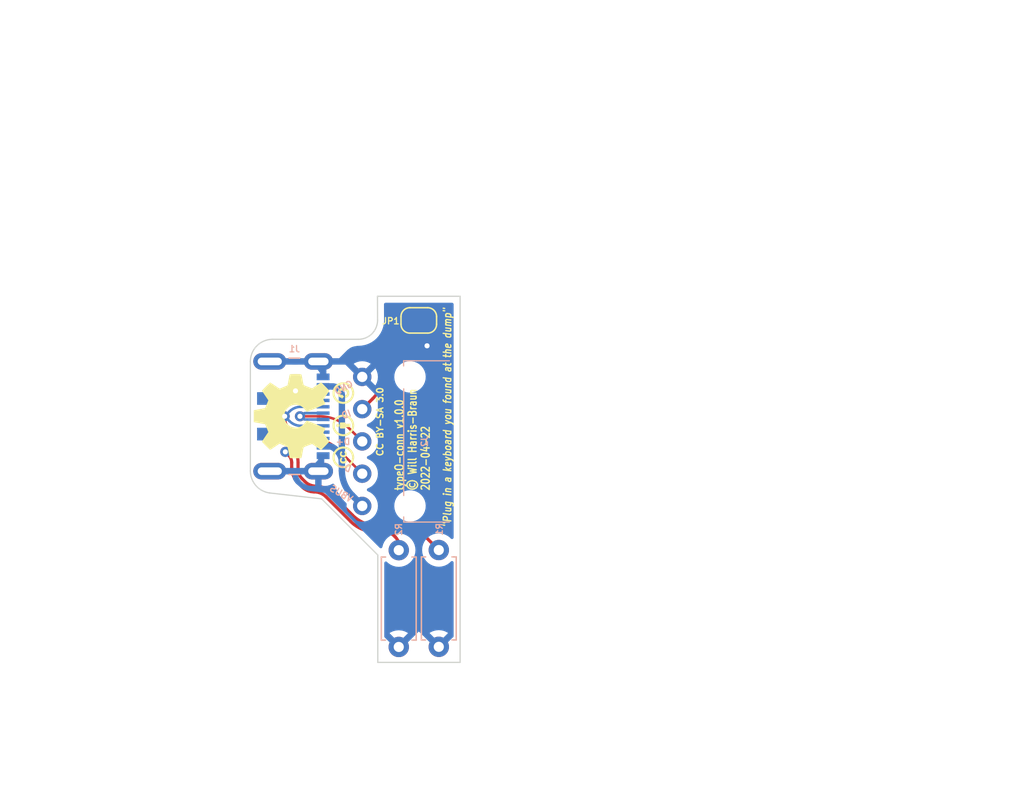
<source format=kicad_pcb>
(kicad_pcb (version 20211014) (generator pcbnew)
  (title_block (comment 4 "AISLER Project ID: IFRABZNE"))
  (layers (0 "F.Cu" signal) (31 "B.Cu" signal) (34 "B.Paste" user) (35 "F.Paste" user) (36 "B.SilkS" user "B.Silkscreen") (37 "F.SilkS" user "F.Silkscreen") (38 "B.Mask" user) (39 "F.Mask" user) (44 "Edge.Cuts" user))
  (net 0 "")
  (net 2 "Net-(J1-PadB5)")
  (net 4 "Net-(J1-PadA5)")
  (net 5 "/VBUS")
  (net 6 "/D+")
  (net 7 "/D-")
  (net 8 "/ID")
  (net 9 "/GND")
  (footprint "Jumper:SolderJumper-2_P1.3mm_Bridged_RoundedPad1.0x1.5mm" (layer "F.Cu") (at 128.688021 71.75179 180)
    (fp_text reference "JP1")
    (fp_text value "SolderJumper_2_Bridged" hide)
  )
  (footprint "MyLibrary:8292200520001101" (layer "F.Cu") (at 124.238021 76.2)
    (fp_text reference "J2")
    (fp_text value "829-22-005-20-001101" hide)
  )
  (footprint "Symbol:OSHW-Symbol_6.7x6mm_SilkScreen" (layer "F.Cu") (at 118.688021 79.30179 90)
    (fp_text reference "REF**" hide)
    (fp_text value "OSHW-Symbol_6.7x6mm_SilkScreen" hide)
  )
  (footprint "Connector_USB:USB_C_Receptacle_JAE_DX07S016JA1R1500" (layer "B.Cu") (at 118.113997 79.30179 90)
    (fp_text reference "J1")
    (fp_text value "USB_C_Receptacle_USB2.0" hide)
  )
  (footprint "Resistor_THT:R_Axial_DIN0207_L6.3mm_D2.5mm_P7.62mm_Horizontal" (layer "B.Cu") (at 127.113021 97.46179 90)
    (fp_text reference "R2")
    (fp_text value "5.1k")
  )
  (footprint "Resistor_THT:R_Axial_DIN0207_L6.3mm_D2.5mm_P7.62mm_Horizontal" (layer "B.Cu") (at 130.263021 97.45179 90)
    (fp_text reference "R1")
    (fp_text value "5.1k")
  )
  (gr_poly (pts (xy 122.489472 82.74842) (xy 122.490899 82.729807) (xy 122.493284 82.711892) (xy 122.496627 82.694675) (xy 122.500928 82.678155) (xy 122.506186 82.662333) (xy 122.512402 82.647208) (xy 122.519575 82.632781) (xy 122.527706 82.61905) (xy 122.536795 82.606016) (xy 122.54684 82.593679) (xy 122.557843 82.582039) (xy 122.569803 82.571095) (xy 122.58272 82.560847) (xy 122.596594 82.551295) (xy 122.611425 82.542439) (xy 122.611426 82.542439) (xy 122.670401 82.655866) (xy 122.665771 82.65817) (xy 122.661317 82.660538) (xy 122.657038 82.66297) (xy 122.652935 82.665466) (xy 122.649009 82.668026) (xy 122.645258 82.670651) (xy 122.641685 82.67334) (xy 122.638287 82.676093) (xy 122.635067 82.678911) (xy 122.632023 82.681793) (xy 122.629157 82.68474) (xy 122.626467 82.687752) (xy 122.623955 82.690829) (xy 122.62162 82.69397) (xy 122.619464 82.697177) (xy 122.617484 82.700448) (xy 122.615658 82.703742) (xy 122.613949 82.707007) (xy 122.612357 82.710241) (xy 122.610882 82.713446) (xy 122.609525 82.716622) (xy 122.608286 82.719767) (xy 122.607164 82.722884) (xy 122.60616 82.72597) (xy 122.605274 82.729028) (xy 122.604506 82.732056) (xy 122.603856 82.735054) (xy 122.603324 82.738023) (xy 122.602909 82.740963) (xy 122.602614 82.743874) (xy 122.602436 82.746755) (xy 122.602377 82.749608) (xy 122.602523 82.756581) (xy 122.602961 82.763334) (xy 122.603692 82.769865) (xy 122.604715 82.776176) (xy 122.60603 82.782265) (xy 122.607637 82.788133) (xy 122.609537 82.79378) (xy 122.611729 82.799205) (xy 122.614213 82.80441) (xy 122.61699 82.809393) (xy 122.620059 82.814155) (xy 122.62342 82.818696) (xy 122.627074 82.823015) (xy 122.63102 82.827113) (xy 122.635258 82.830989) (xy 122.639789 82.834645) (xy 122.644612 82.838079) (xy 122.649727 82.841291) (xy 122.655135 82.844282) (xy 122.660836 82.847052) (xy 122.666828 82.8496) (xy 122.673114 82.851927) (xy 122.679691 82.854032) (xy 122.686561 82.855916) (xy 122.693724 82.857578) (xy 122.701179 82.859018) (xy 122.708926 82.860237) (xy 122.716966 82.861235) (xy 122.725299 82.862011) (xy 122.733924 82.862565) (xy 122.742841 82.862897) (xy 122.752052 82.863008) (xy 122.760448 82.862896) (xy 122.768631 82.862559) (xy 122.776601 82.861998) (xy 122.784358 82.861213) (xy 122.791903 82.860203) (xy 122.799234 82.858969) (xy 122.806353 82.85751) (xy 122.81326 82.855828) (xy 122.819954 82.853921) (xy 122.826435 82.85179) (xy 122.832705 82.849435) (xy 122.838763 82.846856) (xy 122.844608 82.844053) (xy 122.850242 82.841027) (xy 122.855664 82.837776) (xy 122.860875 82.834301) (xy 122.86582 82.830603) (xy 122.870447 82.826692) (xy 122.874755 82.822568) (xy 122.878744 82.818232) (xy 122.880618 82.815984) (xy 122.882414 82.813683) (xy 122.884129 82.811329) (xy 122.885765 82.808922) (xy 122.887321 82.806461) (xy 122.888797 82.803948) (xy 122.890193 82.801381) (xy 122.89151 82.798761) (xy 122.893904 82.793361) (xy 122.895979 82.787749) (xy 122.897735 82.781924) (xy 122.899172 82.775886) (xy 122.900289 82.769635) (xy 122.901088 82.763172) (xy 122.901567 82.756496) (xy 122.901726 82.749608) (xy 122.901443 82.740517) (xy 122.900592 82.731769) (xy 122.899173 82.723364) (xy 122.897188 82.715302) (xy 122.894635 82.707582) (xy 122.891516 82.700205) (xy 122.887829 82.69317) (xy 122.883576 82.686478) (xy 122.878756 82.680128) (xy 122.873369 82.67412) (xy 122.867415 82.668455) (xy 122.860895 82.663131) (xy 122.853809 82.65815) (xy 122.846156 82.65351) (xy 122.837937 82.649212) (xy 122.829151 82.645256) (xy 122.882068 82.540957) (xy 122.889718 82.545215) (xy 122.89716 82.549674) (xy 122.904395 82.554333) (xy 122.911422 82.559194) (xy 122.918242 82.564255) (xy 122.924855 82.569517) (xy 122.93126 82.574981) (xy 122.937458 82.580645) (xy 122.943449 82.58651) (xy 122.949233 82.592576) (xy 122.95481 82.598843) (xy 122.96018 82.605311) (xy 122.965343 82.611979) (xy 122.9703 82.618849) (xy 122.97505 82.625919) (xy 122.979593 82.633191) (xy 122.983899 82.640601) (xy 122.987926 82.648107) (xy 122.991676 82.655709) (xy 122.995147 82.663407) (xy 122.998339 82.6712) (xy 123.001254 82.679089) (xy 123.003891 82.687073) (xy 123.00625 82.695153) (xy 123.008331 82.703328) (xy 123.010134 82.711598) (xy 123.01166 82.719963) (xy 123.012908 82.728422) (xy 123.013879 82.736977) (xy 123.014572 82.745626) (xy 123.014988 82.754369) (xy 123.015127 82.763207) (xy 123.014855 82.77721) (xy 123.014041 82.79087) (xy 123.012684 82.804189) (xy 123.010784 82.817166) (xy 123.008341 82.829801) (xy 123.005354 82.842093) (xy 123.001824 82.854043) (xy 122.99775 82.865651) (xy 122.993132 82.876915) (xy 122.987971 82.887838) (xy 122.982265 82.898417) (xy 122.976015 82.908653) (xy 122.96922 82.918546) (xy 122.961881 82.928096) (xy 122.953997 82.937303) (xy 122.945568 82.946167) (xy 122.936663 82.954586) (xy 122.927334 82.962463) (xy 122.917579 82.969797) (xy 122.907399 82.976587) (xy 122.896793 82.982834) (xy 122.885763 82.988538) (xy 122.874307 82.993699) (xy 122.862426 82.998316) (xy 122.85012 83.00239) (xy 122.837389 83.005921) (xy 122.824232 83.008909) (xy 122.810651 83.011353) (xy 122.796645 83.013255) (xy 122.782214 83.014613) (xy 122.767359 83.015427) (xy 122.752078 83.015699) (xy 122.737152 83.015424) (xy 122.722617 83.0146) (xy 122.708473 83.013227) (xy 122.694718 83.011304) (xy 122.681354 83.008832) (xy 122.66838 83.005811) (xy 122.655796 83.00224) (xy 122.643602 82.998121) (xy 122.631798 82.993452) (xy 122.620383 82.988234) (xy 122.609358 82.982468) (xy 122.598722 82.976152) (xy 122.588475 82.969287) (xy 122.578618 82.961873) (xy 122.569149 82.953911) (xy 122.56007 82.945399) (xy 122.551467 82.936469) (xy 122.543419 82.927248) (xy 122.535925 82.917738) (xy 122.528985 82.907939) (xy 122.522601 82.897849) (xy 122.516771 82.88747) (xy 122.511496 82.876801) (xy 122.506776 82.865842) (xy 122.502611 82.854594) (xy 122.499001 82.843055) (xy 122.495946 82.831226) (xy 122.493447 82.819107) (xy 122.491503 82.806699) (xy 122.490114 82.794) (xy 122.489281 82.781011) (xy 122.489003 82.767732)) (layer "F.SilkS") (width 0.015) (fill solid))
  (gr_poly (pts (xy 122.487451 79.846997) (xy 122.487637 79.844405) (xy 122.487947 79.841848) (xy 122.488381 79.839326) (xy 122.48894 79.836839) (xy 122.489622 79.834388) (xy 122.490428 79.831972) (xy 122.491358 79.829591) (xy 122.492412 79.827247) (xy 122.49359 79.824938) (xy 122.494893 79.822664) (xy 122.496319 79.820427) (xy 122.497869 79.818226) (xy 122.499544 79.816062) (xy 122.501342 79.813933) (xy 122.503264 79.811841) (xy 122.505275 79.809836) (xy 122.50734 79.80796) (xy 122.509457 79.806211) (xy 122.511628 79.80459) (xy 122.513852 79.803098) (xy 122.516129 79.801735) (xy 122.518459 79.800501) (xy 122.520843 79.799396) (xy 122.523279 79.79842) (xy 122.525768 79.797574) (xy 122.52831 79.796857) (xy 122.530905 79.79627) (xy 122.533553 79.795813) (xy 122.536254 79.795487) (xy 122.539008 79.795291) (xy 122.541814 79.795225) (xy 122.541814 79.795226) (xy 122.888021 79.795226) (xy 122.888021 79.891957) (xy 123.299237 79.891957) (xy 123.299237 80.155059) (xy 122.888048 80.155059) (xy 122.888048 80.25179) (xy 122.541814 80.25179) (xy 122.539003 80.251728) (xy 122.536247 80.251542) (xy 122.533544 80.251232) (xy 122.530894 80.250799) (xy 122.528299 80.250241) (xy 122.525756 80.249559) (xy 122.523268 80.248754) (xy 122.520833 80.247825) (xy 122.518451 80.246772) (xy 122.516122 80.245596) (xy 122.513847 80.244296) (xy 122.511624 80.242872) (xy 122.509455 80.241325) (xy 122.507339 80.239654) (xy 122.505275 80.23786) (xy 122.503264 80.235942) (xy 122.501346 80.233926) (xy 122.499551 80.231858) (xy 122.497879 80.229737) (xy 122.49633 80.227563) (xy 122.494904 80.225337) (xy 122.493602 80.223058) (xy 122.492423 80.220727) (xy 122.491368 80.218344) (xy 122.490436 80.215908) (xy 122.489629 80.213419) (xy 122.488945 80.210879) (xy 122.488385 80.208286) (xy 122.48795 80.205641) (xy 122.487638 80.202943) (xy 122.487452 80.200194) (xy 122.487389 80.197392) (xy 122.487389 79.849624)) (layer "F.SilkS") (width 0.015) (fill solid))
  (gr_poly (pts (xy 122.204799 80.016275) (xy 122.205148 80.009247) (xy 122.205731 80.00245) (xy 122.206547 79.995883) (xy 122.207597 79.989547) (xy 122.208879 79.983442) (xy 122.210395 79.977568) (xy 122.212144 79.971924) (xy 122.214126 79.966511) (xy 122.216342 79.961328) (xy 122.218791 79.956376) (xy 122.221473 79.951655) (xy 122.224388 79.947164) (xy 122.227537 79.942903) (xy 122.230918 79.938874) (xy 122.234534 79.935074) (xy 122.238382 79.931505) (xy 122.242464 79.928167) (xy 122.246779 79.925059) (xy 122.251328 79.922181) (xy 122.25611 79.919534) (xy 122.261125 79.917117) (xy 122.266374 79.91493) (xy 122.271856 79.912974) (xy 122.277571 79.911248) (xy 122.28352 79.909752) (xy 122.289702 79.908486) (xy 122.296118 79.90745) (xy 122.302767 79.906645) (xy 122.309649 79.90607) (xy 122.316765 79.905725) (xy 122.324115 79.90561) (xy 122.331369 79.905725) (xy 122.338393 79.90607) (xy 122.345187 79.906646) (xy 122.351751 79.907453) (xy 122.358084 79.908489) (xy 122.364188 79.909756) (xy 122.370061 79.911253) (xy 122.375703 79.912981) (xy 122.381116 79.914939) (xy 122.386298 79.917127) (xy 122.39125 79.919546) (xy 122.395971 79.922195) (xy 122.400463 79.925074) (xy 122.404724 79.928184) (xy 122.408755 79.931524) (xy 122.412555 79.935094) (xy 122.416125 79.938895) (xy 122.419465 79.942925) (xy 122.422575 79.947186) (xy 122.425454 79.951678) (xy 122.428103 79.956399) (xy 122.430522 79.961351) (xy 122.43271 79.966534) (xy 122.434668 79.971946) (xy 122.436396 79.977589) (xy 122.437893 79.983462) (xy 122.43916 79.989565) (xy 122.440197 79.995898) (xy 122.441003 80.002462) (xy 122.441579 80.009256) (xy 122.441925 80.01628) (xy 122.44204 80.023534) (xy 122.441925 80.030789) (xy 122.441579 80.037813) (xy 122.441003 80.044607) (xy 122.440197 80.051172) (xy 122.43916 80.057506) (xy 122.437893 80.06361) (xy 122.436396 80.069483) (xy 122.434668 80.075127) (xy 122.43271 80.08054) (xy 122.430522 80.085724) (xy 122.428103 80.090677) (xy 122.425454 80.095399) (xy 122.422575 80.099892) (xy 122.419465 80.104154) (xy 122.416125 80.108186) (xy 122.412555 80.111988) (xy 122.408755 80.115559) (xy 122.404724 80.1189) (xy 122.400463 80.122011) (xy 122.395971 80.124892) (xy 122.39125 80.127542) (xy 122.386298 80.129962) (xy 122.381116 80.132151) (xy 122.375703 80.13411) (xy 122.370061 80.135839) (xy 122.364188 80.137337) (xy 122.358084 80.138604) (xy 122.351751 80.139642) (xy 122.345187 80.140448) (xy 122.338393 80.141025) (xy 122.331369 80.14137) (xy 122.324115 80.141486) (xy 122.309658 80.141025) (xy 122.302779 80.14045) (xy 122.296133 80.139644) (xy 122.28972 80.138608) (xy 122.28354 80.137341) (xy 122.277592 80.135844) (xy 122.271878 80.134117) (xy 122.266397 80.13216) (xy 122.261148 80.129972) (xy 122.256133 80.127554) (xy 122.251351 80.124906) (xy 122.246802 80.122027) (xy 122.242486 80.118918) (xy 122.238403 80.115578) (xy 122.234554 80.112008) (xy 122.230937 80.108207) (xy 122.227554 80.104176) (xy 122.224404 80.099915) (xy 122.221487 80.095423) (xy 122.218803 80.0907) (xy 122.216353 80.085747) (xy 122.214135 80.080563) (xy 122.212152 80.075149) (xy 122.210401 80.069504) (xy 122.208884 80.063629) (xy 122.2076 80.057523) (xy 122.20655 80.051187) (xy 122.205733 80.04462) (xy 122.205149 80.037822) (xy 122.204799 80.030793) (xy 122.204682 80.023534)) (layer "F.SilkS") (width 0.015) (fill solid))
  (gr_poly (pts (xy 121.906844 77.431447) (xy 121.909732 77.388317) (xy 121.914546 77.346037) (xy 121.921285 77.304607) (xy 121.929949 77.264026) (xy 121.940539 77.224296) (xy 121.953055 77.185415) (xy 121.967496 77.147384) (xy 121.983862 77.110202) (xy 122.002154 77.07387) (xy 122.022372 77.038387) (xy 122.044514 77.003754) (xy 122.068583 76.96997) (xy 122.094576 76.937035) (xy 122.122496 76.904949) (xy 122.15234 76.873712) (xy 122.18339 76.843876) (xy 122.215301 76.815963) (xy 122.248073 76.789974) (xy 122.281708 76.765908) (xy 122.316203 76.743767) (xy 122.351561 76.723549) (xy 122.38778 76.705256) (xy 122.424861 76.688887) (xy 122.462804 76.674444) (xy 122.501609 76.661925) (xy 122.541277 76.651332) (xy 122.581806 76.642664) (xy 122.623198 76.635922) (xy 122.665452 76.631106) (xy 122.708569 76.628216) (xy 122.752548 76.627253) (xy 122.796518 76.628198) (xy 122.839589 76.631034) (xy 122.88176 76.635761) (xy 122.923032 76.642378) (xy 122.963405 76.650885) (xy 123.00288 76.661283) (xy 123.041456 76.673571) (xy 123.079133 76.68775) (xy 123.115912 76.703818) (xy 123.151793 76.721777) (xy 123.186776 76.741625) (xy 123.220861 76.763364) (xy 123.254049 76.786992) (xy 123.28634 76.81251) (xy 123.317734 76.839917) (xy 123.348231 76.869214) (xy 123.378623 76.90152) (xy 123.407055 76.934572) (xy 123.433526 76.968368) (xy 123.458036 77.002909) (xy 123.480585 77.038195) (xy 123.501174 77.074225) (xy 123.519801 77.111) (xy 123.536468 77.148518) (xy 123.551174 77.186781) (xy 123.56392 77.225787) (xy 123.574704 77.265536) (xy 123.583528 77.306028) (xy 123.590391 77.347264) (xy 123.595293 77.389243) (xy 123.598234 77.431964) (xy 123.599214 77.475428) (xy 123.59824 77.51798) (xy 123.595316 77.559822) (xy 123.590444 77.600954) (xy 123.583622 77.641377) (xy 123.574851 77.681089) (xy 123.564132 77.720093) (xy 123.551463 77.758386) (xy 123.536845 77.79597) (xy 123.520279 77.832845) (xy 123.501763 77.86901) (xy 123.481298 77.904466) (xy 123.458884 77.939213) (xy 123.434521 77.973251) (xy 123.408209 78.00658) (xy 123.379949 78.039199) (xy 123.349739 78.07111) (xy 123.318176 78.101316) (xy 123.285845 78.129574) (xy 123.252748 78.155883) (xy 123.218882 78.180245) (xy 123.184249 78.202658) (xy 123.148849 78.223123) (xy 123.11268 78.241639) (xy 123.075743 78.258207) (xy 123.038037 78.272826) (xy 122.999564 78.285497) (xy 122.960321 78.296218) (xy 122.92031 78.30499) (xy 122.87953 78.311813) (xy 122.837981 78.316687) (xy 122.795662 78.319611) (xy 122.752574 78.320586) (xy 122.752548 78.320585) (xy 122.752548 78.167895) (xy 122.787586 78.167092) (xy 122.82201 78.164683) (xy 122.855817 78.160668) (xy 122.88901 78.155046) (xy 122.921587 78.147819) (xy 122.953549 78.138985) (xy 122.984897 78.128545) (xy 123.015629 78.1165) (xy 123.045748 78.102848) (xy 123.075251 78.08759) (xy 123.104141 78.070726) (xy 123.132417 78.052256) (xy 123.160078 78.032179) (xy 123.187126 78.010497) (xy 123.21356 77.987208) (xy 123.239381 77.962314) (xy 123.264285 77.936304) (xy 123.28758 77.909681) (xy 123.309269 77.882443) (xy 123.329349 77.854592) (xy 123.347823 77.826126) (xy 123.364689 77.797046) (xy 123.379948 77.767352) (xy 123.3936 77.737044) (xy 123.405645 77.706122) (xy 123.416084 77.674585) (xy 123.424917 77.642434) (xy 123.432143 77.609669) (xy 123.437763 77.57629) (xy 123.441778 77.542296) (xy 123.444186 77.507687) (xy 123.444989 77.472464) (xy 123.44418 77.43741) (xy 123.441753 77.402922) (xy 123.437708 77.369) (xy 123.432045 77.335643) (xy 123.424764 77.302853) (xy 123.415865 77.270629) (xy 123.405348 77.238972) (xy 123.393213 77.207881) (xy 123.37946 77.177357) (xy 123.364088 77.1474) (xy 123.347098 77.11801) (xy 123.32849 77.089187) (xy 123.308263 77.060932) (xy 123.286418 77.033244) (xy 123.262955 77.006124) (xy 123.237873 76.979572) (xy 123.213299 76.955403) (xy 123.187958 76.932794) (xy 123.161849 76.911744) (xy 123.134973 76.892254) (xy 123.107328 76.874323) (xy 123.078916 76.857952) (xy 123.049735 76.84314) (xy 123.019787 76.829887) (xy 122.98907 76.818194) (xy 122.957586 76.80806) (xy 122.925333 76.799485) (xy 122.892313 76.792469) (xy 122.858524 76.787012) (xy 122.823967 76.783115) (xy 122.788641 76.780776) (xy 122.752548 76.779997) (xy 122.716622 76.780788) (xy 122.681404 76.783163) (xy 122.646894 76.78712) (xy 122.613092 76.792661) (xy 122.579998 76.799784) (xy 122.547612 76.808489) (xy 122.515934 76.818778) (xy 122.484965 76.830648) (xy 122.454704 76.844101) (xy 122.425151 76.859135) (xy 122.396308 76.875752) (xy 122.368173 76.893951) (xy 122.340747 76.913731) (xy 122.31403 76.935093) (xy 122.288023 76.958037) (xy 122.262725 76.982562) (xy 122.237999 77.008041) (xy 122.21487 77.034206) (xy 122.193337 77.061056) (xy 122.173401 77.088591) (xy 122.15506 77.116811) (xy 122.138316 77.145715) (xy 122.123167 77.175305) (xy 122.109613 77.205579) (xy 122.097655 77.236538) (xy 122.087292 77.268181) (xy 122.078524 77.300509) (xy 122.07135 77.333521) (xy 122.065771 77.367217) (xy 122.061786 77.401598) (xy 122.059395 77.436662) (xy 122.058598 77.472411) (xy 122.059396 77.508159) (xy 122.061788 77.543209) (xy 122.065776 77.577562) (xy 122.071358 77.611219) (xy 122.078534 77.644178) (xy 122.087306 77.676441) (xy 122.097672 77.708007) (xy 122.109633 77.738876) (xy 122.123189 77.769049) (xy 122.138339 77.798525) (xy 122.155084 77.827304) (xy 122.173423 77.855387) (xy 122.193357 77.882773) (xy 122.214885 77.909463) (xy 122.238008 77.935456) (xy 122.262725 77.960753) (xy 122.289269 77.985839) (xy 122.316356 78.009307) (xy 122.343986 78.031155) (xy 122.372158 78.051385) (xy 122.400873 78.069996) (xy 122.43013 78.086988) (xy 122.45993 78.102361) (xy 122.490273 78.116116) (xy 122.521158 78.128252) (xy 122.552586 78.13877) (xy 122.584556 78.14767) (xy 122.617069 78.154951) (xy 122.650125 78.160614) (xy 122.683723 78.164659) (xy 122.717864 78.167086) (xy 122.752548 78.167895) (xy 122.752548 78.320585) (xy 122.70966 78.319611) (xy 122.667466 78.316687) (xy 122.625991 78.311813) (xy 122.585237 78.30499) (xy 122.545203 78.296218) (xy 122.505889 78.285497) (xy 122.467295 78.272826) (xy 122.429422 78.258207) (xy 122.392269 78.241639) (xy 122.355836 78.223123) (xy 122.320123 78.202658) (xy 122.285131 78.180245) (xy 122.250859 78.155883) (xy 122.217308 78.129574) (xy 122.184477 78.101316) (xy 122.152367 78.07111) (xy 122.122517 78.039906) (xy 122.094594 78.007898) (xy 122.068597 77.975087) (xy 122.044526 77.941472) (xy 122.02238 77.907053) (xy 122.002161 77.871831) (xy 121.983867 77.835805) (xy 121.967499 77.798977) (xy 121.953057 77.761344) (xy 121.940541 77.722909) (xy 121.92995 77.68367) (xy 121.921285 77.643628) (xy 121.914546 77.602782) (xy 121.909732 77.561134) (xy 121.906844 77.518682) (xy 121.905881 77.475428)) (layer "F.SilkS") (width 0.015) (fill solid))
  (gr_poly (pts (xy 122.489472 82.258581) (xy 122.490899 82.239987) (xy 122.493284 82.222101) (xy 122.496627 82.204924) (xy 122.500928 82.188454) (xy 122.506186 82.172694) (xy 122.512402 82.157642) (xy 122.519575 82.143298) (xy 122.527706 82.129664) (xy 122.536795 82.11674) (xy 122.54684 82.104525) (xy 122.557843 82.093019) (xy 122.569803 82.082223) (xy 122.58272 82.072138) (xy 122.596594 82.062762) (xy 122.611425 82.054098) (xy 122.611426 82.054098) (xy 122.670401 82.16599) (xy 122.665771 82.16829) (xy 122.661317 82.170655) (xy 122.657038 82.173087) (xy 122.652935 82.175583) (xy 122.649009 82.178145) (xy 122.645258 82.180772) (xy 122.641685 82.183464) (xy 122.638287 82.186221) (xy 122.635067 82.189042) (xy 122.632023 82.191929) (xy 122.629157 82.194879) (xy 122.626467 82.197895) (xy 122.623955 82.200975) (xy 122.62162 82.204119) (xy 122.619464 82.207327) (xy 122.617484 82.210599) (xy 122.615658 82.213904) (xy 122.613949 82.21719) (xy 122.612357 82.220459) (xy 122.610882 82.223709) (xy 122.609525 82.226941) (xy 122.608286 82.230154) (xy 122.607164 82.233349) (xy 122.60616 82.236524) (xy 122.605274 82.239681) (xy 122.604506 82.242819) (xy 122.603856 82.245938) (xy 122.603324 82.249037) (xy 122.602909 82.252117) (xy 122.602614 82.255178) (xy 122.602436 82.258219) (xy 122.602377 82.26124) (xy 122.602523 82.268216) (xy 122.602961 82.274971) (xy 122.603692 82.281504) (xy 122.604715 82.287817) (xy 122.60603 82.293908) (xy 122.607637 82.299777) (xy 122.609537 82.305426) (xy 122.611729 82.310853) (xy 122.614213 82.316059) (xy 122.61699 82.321043) (xy 122.620059 82.325806) (xy 122.62342 82.330348) (xy 122.627074 82.334668) (xy 122.63102 82.338767) (xy 122.635258 82.342644) (xy 122.639789 82.3463) (xy 122.644612 82.349735) (xy 122.649727 82.352948) (xy 122.655135 82.355939) (xy 122.660836 82.358709) (xy 122.666828 82.361258) (xy 122.673114 82.363585) (xy 122.679691 82.36569) (xy 122.686561 82.367574) (xy 122.693724 82.369236) (xy 122.701179 82.370677) (xy 122.708926 82.371896) (xy 122.716966 82.372893) (xy 122.725299 82.373669) (xy 122.733924 82.374223) (xy 122.742841 82.374556) (xy 122.752052 82.374667) (xy 122.760448 82.374554) (xy 122.768631 82.374217) (xy 122.776601 82.373654) (xy 122.784358 82.372867) (xy 122.791903 82.371855) (xy 122.799234 82.370619) (xy 122.806353 82.369158) (xy 122.81326 82.367473) (xy 122.819954 82.365564) (xy 122.826435 82.363431) (xy 122.832705 82.361074) (xy 122.838763 82.358493) (xy 122.844608 82.355688) (xy 122.850242 82.35266) (xy 122.855664 82.349408) (xy 122.860875 82.345933) (xy 122.86582 82.34224) (xy 122.870447 82.338334) (xy 122.874755 82.334215) (xy 122.876789 82.332076) (xy 122.878744 82.329883) (xy 122.880618 82.327637) (xy 122.882414 82.325338) (xy 122.884129 82.322986) (xy 122.885765 82.32058) (xy 122.887321 82.31812) (xy 122.888797 82.315608) (xy 122.890193 82.313042) (xy 122.89151 82.310423) (xy 122.893904 82.305024) (xy 122.895979 82.299411) (xy 122.897735 82.293585) (xy 122.899172 82.287544) (xy 122.900289 82.281289) (xy 122.901088 82.274821) (xy 122.901567 82.268137) (xy 122.901726 82.26124) (xy 122.901443 82.252158) (xy 122.900592 82.243418) (xy 122.899173 82.235019) (xy 122.897188 82.226961) (xy 122.894635 82.219246) (xy 122.891516 82.211872) (xy 122.887829 82.20484) (xy 122.883576 82.19815) (xy 122.878756 82.191802) (xy 122.873369 82.185797) (xy 122.867415 82.180135) (xy 122.860895 82.174815) (xy 122.853809 82.169839) (xy 122.846156 82.165205) (xy 122.837937 82.160915) (xy 122.829151 82.156968) (xy 122.882068 82.051134) (xy 122.889718 82.05557) (xy 122.89716 82.060196) (xy 122.904395 82.065013) (xy 122.911422 82.070019) (xy 122.918242 82.075214) (xy 122.924855 82.080599) (xy 122.93126 82.086173) (xy 122.937458 82.091936) (xy 122.943449 82.097888) (xy 122.949233 82.104029) (xy 122.95481 82.110358) (xy 122.96018 82.116875) (xy 122.965343 82.123581) (xy 122.9703 82.130474) (xy 122.97505 82.137555) (xy 122.979593 82.144823) (xy 122.983899 82.152236) (xy 122.987926 82.159732) (xy 122.991676 82.16731) (xy 122.995147 82.174971) (xy 122.998339 82.182714) (xy 123.001254 82.19054) (xy 123.003891 82.198448) (xy 123.00625 82.206438) (xy 123.008331 82.214511) (xy 123.010134 82.222667) (xy 123.01166 82.230904) (xy 123.012908 82.239225) (xy 123.013879 82.247628) (xy 123.014572 82.256113) (xy 123.014988 82.264681) (xy 123.015127 82.273331) (xy 123.014855 82.287517) (xy 123.014041 82.301342) (xy 123.012684 82.314805) (xy 123.010784 82.327907) (xy 123.008341 82.340648) (xy 123.005354 82.353028) (xy 123.001824 82.365046) (xy 122.99775 82.376704) (xy 122.993132 82.388001) (xy 122.987971 82.398937) (xy 122.982265 82.409512) (xy 122.976015 82.419726) (xy 122.96922 82.42958) (xy 122.961881 82.439073) (xy 122.953997 82.448206) (xy 122.945568 82.456979) (xy 122.936663 82.465321) (xy 122.927334 82.473124) (xy 122.917579 82.480388) (xy 122.907399 82.487113) (xy 122.896793 82.493299) (xy 122.885763 82.498946) (xy 122.874307 82.504055) (xy 122.862426 82.508625) (xy 122.85012 82.512657) (xy 122.837389 82.516151) (xy 122.824232 82.519107) (xy 122.810651 82.521525) (xy 122.796645 82.523406) (xy 122.782214 82.524749) (xy 122.767359 82.525555) (xy 122.752078 82.525823) (xy 122.737152 82.525549) (xy 122.722617 82.524725) (xy 122.708473 82.523353) (xy 122.694718 82.521432) (xy 122.681354 82.518961) (xy 122.66838 82.515941) (xy 122.655796 82.512371) (xy 122.643602 82.508252) (xy 122.631798 82.503583) (xy 122.620383 82.498364) (xy 122.609358 82.492595) (xy 122.598722 82.486276) (xy 122.588475 82.479407) (xy 122.578618 82.471987) (xy 122.569149 82.464017) (xy 122.56007 82.455497) (xy 122.551467 82.446571) (xy 122.543419 82.437355) (xy 122.535925 82.427849) (xy 122.528985 82.418052) (xy 122.522601 82.407966) (xy 122.516771 82.397589) (xy 122.511496 82.386923) (xy 122.506776 82.375966) (xy 122.502611 82.36472) (xy 122.499001 82.353184) (xy 122.495946 82.341358) (xy 122.493447 82.329242) (xy 122.491503 82.316837) (xy 122.490114 82.304142) (xy 122.489281 82.291157) (xy 122.489003 82.277882)) (layer "F.SilkS") (width 0.015) (fill solid))
  (gr_poly (pts (xy 122.307042 77.453876) (xy 122.308549 77.429891) (xy 122.31106 77.406542) (xy 122.314575 77.38383) (xy 122.319094 77.361754) (xy 122.324617 77.340314) (xy 122.331143 77.319512) (xy 122.338673 77.299347) (xy 122.347207 77.27982) (xy 122.356743 77.26093) (xy 122.367283 77.242678) (xy 122.378825 77.225065) (xy 122.391371 77.20809) (xy 122.404918 77.191753) (xy 122.419469 77.176055) (xy 122.435021 77.160997) (xy 122.451368 77.146718) (xy 122.468283 77.133361) (xy 122.485765 77.120924) (xy 122.503814 77.109408) (xy 122.52243 77.098814) (xy 122.541613 77.08914) (xy 122.561363 77.080388) (xy 122.58168 77.072556) (xy 122.602563 77.065646) (xy 122.624014 77.059657) (xy 122.646031 77.05459) (xy 122.668614 77.050443) (xy 122.691764 77.047218) (xy 122.715481 77.044915) (xy 122.739764 77.043533) (xy 122.764613 77.043072) (xy 122.788738 77.04355) (xy 122.812349 77.044986) (xy 122.835446 77.047377) (xy 122.858028 77.050726) (xy 122.880095 77.055031) (xy 122.901648 77.060292) (xy 122.922686 77.06651) (xy 122.94321 77.073684) (xy 122.963219 77.081815) (xy 122.982714 77.090901) (xy 123.001695 77.100944) (xy 123.020162 77.111942) (xy 123.038114 77.123897) (xy 123.055552 77.136807) (xy 123.072476 77.150673) (xy 123.088886 77.165495) (xy 123.104535 77.181096) (xy 123.119175 77.197262) (xy 123.132806 77.213993) (xy 123.145429 77.23129) (xy 123.157043 77.249152) (xy 123.167648 77.267579) (xy 123.177243 77.286573) (xy 123.185829 77.306134) (xy 123.193406 77.326261) (xy 123.199973 77.346955) (xy 123.20553 77.368217) (xy 123.210077 77.390046) (xy 123.213614 77.412444) (xy 123.21614 77.43541) (xy 123.217656 77.458944) (xy 123.218161 77.483047) (xy 123.217825 77.500848) (xy 123.216816 77.518341) (xy 123.215133 77.535527) (xy 123.212778 77.552406) (xy 123.20975 77.568978) (xy 123.206048 77.585243) (xy 123.201673 77.6012) (xy 123.196624 77.616851) (xy 123.190903 77.632194) (xy 123.184507 77.647229) (xy 123.177438 77.661958) (xy 123.169696 77.676379) (xy 123.161279 77.690493) (xy 123.152189 77.704299) (xy 123.142425 77.717797) (xy 123.131987 77.730988) (xy 123.120928 77.743706) (xy 123.109304 77.755772) (xy 123.097113 77.767189) (xy 123.084356 77.777955) (xy 123.071032 77.788071) (xy 123.057142 77.797537) (xy 123.042685 77.806354) (xy 123.027661 77.814521) (xy 123.012071 77.822038) (xy 122.995914 77.828906) (xy 122.97919 77.835124) (xy 122.961898 77.840693) (xy 122.94404 77.845613) (xy 122.925615 77.849885) (xy 122.906622 77.853507) (xy 122.887062 77.85648) (xy 122.887062 77.643253) (xy 122.89655 77.642615) (xy 122.905738 77.641643) (xy 122.914624 77.640337) (xy 122.923209 77.638697) (xy 122.931492 77.636724) (xy 122.939475 77.634417) (xy 122.947156 77.631776) (xy 122.954536 77.628801) (xy 122.961614 77.625493) (xy 122.968392 77.621851) (xy 122.974868 77.617875) (xy 122.981043 77.613565) (xy 122.986917 77.608922) (xy 122.99249 77.603944) (xy 122.997761 77.598633) (xy 123.002731 77.592988) (xy 123.0074 77.58701) (xy 123.011768 77.580697) (xy 123.015834 77.574051) (xy 123.0196 77.567071) (xy 123.023064 77.559758) (xy 123.026226 77.55211) (xy 123.029088 77.544129) (xy 123.031648 77.535814) (xy 123.033908 77.527165) (xy 123.035866 77.518182) (xy 123.037522 77.508866) (xy 123.038878 77.499216) (xy 123.039932 77.489232) (xy 123.040685 77.478914) (xy 123.041137 77.468262) (xy 123.041287 77.457277) (xy 123.040986 77.44627) (xy 123.040082 77.435532) (xy 123.038575 77.425065) (xy 123.036466 77.414868) (xy 123.033755 77.404942) (xy 123.030441 77.395286) (xy 123.026524 77.385901) (xy 123.022006 77.376787) (xy 123.016885 77.367945) (xy 123.011163 77.359374) (xy 123.004838 77.351075) (xy 122.997911 77.343048) (xy 122.990383 77.335293) (xy 122.982253 77.32781) (xy 122.973521 77.320599) (xy 122.964188 77.313661) (xy 122.954352 77.307063) (xy 122.944114 77.30089) (xy 122.933472 77.295144) (xy 122.922429 77.289823) (xy 122.910983 77.284929) (xy 122.899135 77.28046) (xy 122.886885 77.276417) (xy 122.874233 77.2728) (xy 122.86118 77.269608) (xy 122.847725 77.266842) (xy 122.833869 77.264502) (xy 122.819612 77.262587) (xy 122.804955 77.261098) (xy 122.789897 77.260034) (xy 122.774439 77.259396) (xy 122.75858 77.259183) (xy 122.742009 77.259378) (xy 122.725941 77.259963) (xy 122.710375 77.260938) (xy 122.695312 77.262303) (xy 122.680751 77.264057) (xy 122.666693 77.266202) (xy 122.653137 77.268735) (xy 122.640083 77.271659) (xy 122.627531 77.274971) (xy 122.615481 77.278673) (xy 122.603933 77.282764) (xy 122.592886 77.287245) (xy 122.582341 77.292115) (xy 122.572297 77.297373) (xy 122.562755 77.303021) (xy 122.553713 77.309057) (xy 122.545202 77.315469) (xy 122.537239 77.322221) (xy 122.529826 77.329316) (xy 122.522961 77.336752) (xy 122.516645 77.34453) (xy 122.510878 77.35265) (xy 122.50566 77.361113) (xy 122.500992 77.369918) (xy 122.496872 77.379066) (xy 122.493302 77.388558) (xy 122.49028 77.398393) (xy 122.487808 77.408571) (xy 122.485886 77.419094) (xy 122.484512 77.42996) (xy 122.483688 77.441171) (xy 122.483413 77.452726) (xy 122.483998 77.47332) (xy 122.485751 77.492755) (xy 122.488674 77.511031) (xy 122.492765 77.528148) (xy 122.495249 77.536273) (xy 122.498026 77.544107) (xy 122.501094 77.551653) (xy 122.504455 77.558908) (xy 122.508109 77.565874) (xy 122.512054 77.57255) (xy 122.516292 77.578937) (xy 122.520822 77.585034) (xy 122.525645 77.590842) (xy 122.530759 77.59636) (xy 122.536167 77.601589) (xy 122.541866 77.606528) (xy 122.547858 77.611178) (xy 122.554142 77.615539) (xy 122.560718 77.619609) (xy 122.567587 77.623391) (xy 122.574748 77.626883) (xy 122.582201 77.630086) (xy 122.589947 77.632999) (xy 122.597985 77.635623) (xy 122.606316 77.637958) (xy 122.614939 77.640003) (xy 122.633062 77.643226) (xy 122.633062 77.581234) (xy 122.800887 77.749033) (xy 122.633062 77.916858) (xy 122.633088 77.850395) (xy 122.613896 77.847073) (xy 122.595254 77.843148) (xy 122.577161 77.838621) (xy 122.559617 77.833492) (xy 122.542622 77.827761) (xy 122.526178 77.821427) (xy 122.510282 77.81449) (xy 122.494936 77.80695) (xy 122.480139 77.798808) (xy 122.465892 77.790063) (xy 122.452195 77.780715) (xy 122.439046 77.770765) (xy 122.426447 77.760211) (xy 122.414398 77.749053) (xy 122.402898 77.737293) (xy 122.391947 77.72493) (xy 122.381605 77.712098) (xy 122.37193 77.698924) (xy 122.362922 77.685408) (xy 122.354581 77.671549) (xy 122.346908 77.657348) (xy 122.339902 77.642803) (xy 122.333563 77.627916) (xy 122.327891 77.612687) (xy 122.322887 77.597114) (xy 122.31855 77.581198) (xy 122.31488 77.56494) (xy 122.311878 77.548338) (xy 122.309542 77.531392) (xy 122.307874 77.514104) (xy 122.306873 77.496472) (xy 122.30654 77.478497)) (layer "F.SilkS") (width 0.015) (fill solid))
  (gr_poly (pts (xy 121.906263 79.98089) (xy 121.909132 79.937609) (xy 121.913915 79.8952) (xy 121.920611 79.853664) (xy 121.929221 79.813) (xy 121.939744 79.773209) (xy 121.95218 79.73429) (xy 121.966531 79.696245) (xy 121.982794 79.659073) (xy 122.000972 79.622774) (xy 122.021063 79.587348) (xy 122.043069 79.552796) (xy 122.066988 79.519118) (xy 122.092821 79.486313) (xy 122.120569 79.454383) (xy 122.150231 79.423327) (xy 122.181463 79.393491) (xy 122.213546 79.365578) (xy 122.246479 79.339589) (xy 122.280262 79.315523) (xy 122.314895 79.293382) (xy 122.350379 79.273164) (xy 122.386712 79.254871) (xy 122.423896 79.238502) (xy 122.46193 79.224059) (xy 122.500814 79.21154) (xy 122.540548 79.200947) (xy 122.581133 79.192279) (xy 122.622568 79.185537) (xy 122.664852 79.180721) (xy 122.707987 79.177831) (xy 122.751973 79.176868) (xy 122.796109 79.177813) (xy 122.839312 79.180649) (xy 122.881582 79.185376) (xy 122.922917 79.191993) (xy 122.963319 79.2005) (xy 123.002787 79.210898) (xy 123.041321 79.223186) (xy 123.078922 79.237365) (xy 123.115589 79.253433) (xy 123.151322 79.271392) (xy 123.186122 79.29124) (xy 123.219989 79.312979) (xy 123.252922 79.336607) (xy 123.284922 79.362125) (xy 123.315988 79.389532) (xy 123.346121 79.418829) (xy 123.376701 79.451316) (xy 123.405307 79.484523) (xy 123.431941 79.51845) (xy 123.456601 79.553097) (xy 123.479289 79.588465) (xy 123.500003 79.624552) (xy 123.518745 79.66136) (xy 123.535513 79.698887) (xy 123.550309 79.737135) (xy 123.563131 79.776104) (xy 123.573981 79.815792) (xy 123.582858 79.856202) (xy 123.589762 79.897331) (xy 123.594694 79.939181) (xy 123.597653 79.981752) (xy 123.598639 80.025043) (xy 123.597664 80.067595) (xy 123.59474 80.109437) (xy 123.589866 80.150569) (xy 123.583043 80.190992) (xy 123.57427 80.230704) (xy 123.563548 80.269708) (xy 123.550877 80.308001) (xy 123.536257 80.345585) (xy 123.519688 80.38246) (xy 123.50117 80.418625) (xy 123.480703 80.454081) (xy 123.458287 80.488828) (xy 123.433922 80.522866) (xy 123.407609 80.556195) (xy 123.379347 80.588814) (xy 123.349137 80.620725) (xy 123.317569 80.650931) (xy 123.285235 80.679189) (xy 123.252134 80.705498) (xy 123.218266 80.72986) (xy 123.183631 80.752273) (xy 123.148229 80.772738) (xy 123.112059 80.791254) (xy 123.075121 80.807822) (xy 123.037416 80.822441) (xy 122.998944 80.835112) (xy 122.959703 80.845833) (xy 122.919694 80.854605) (xy 122.878916 80.861428) (xy 122.83737 80.866302) (xy 122.795056 80.869226) (xy 122.751999 80.8702) (xy 122.751999 80.71751) (xy 122.786857 80.716707) (xy 122.821125 80.714298) (xy 122.854801 80.710283) (xy 122.887887 80.704661) (xy 122.920382 80.697434) (xy 122.952286 80.6886) (xy 122.983599 80.67816) (xy 123.01432 80.666115) (xy 123.04445 80.652463) (xy 123.073988 80.637205) (xy 123.102934 80.620341) (xy 123.131288 80.601871) (xy 123.159049 80.581794) (xy 123.186219 80.560112) (xy 123.212795 80.536823) (xy 123.238779 80.511929) (xy 123.263683 80.485919) (xy 123.286979 80.459296) (xy 123.308667 80.432058) (xy 123.328748 80.404207) (xy 123.347221 80.375741) (xy 123.364087 80.346661) (xy 123.379346 80.316967) (xy 123.392998 80.286659) (xy 123.405044 80.255737) (xy 123.415483 80.2242) (xy 123.424315 80.192049) (xy 123.431542 80.159284) (xy 123.437162 80.125905) (xy 123.441176 80.091911) (xy 123.443584 80.057302) (xy 123.444387 80.022079) (xy 123.443579 79.987025) (xy 123.441154 79.952537) (xy 123.437111 79.918615) (xy 123.431451 79.885258) (xy 123.424173 79.852468) (xy 123.415278 79.820244) (xy 123.404764 79.788587) (xy 123.392631 79.757496) (xy 123.37888 79.726972) (xy 123.36351 79.697015) (xy 123.34652 79.667625) (xy 123.327911 79.638802) (xy 123.307681 79.610547) (xy 123.285832 79.582859) (xy 123.262362 79.555739) (xy 123.237271 79.529187) (xy 123.212875 79.505018) (xy 123.187687 79.482409) (xy 123.161707 79.461359) (xy 123.134937 79.441869) (xy 123.107375 79.423938) (xy 123.079021 79.407567) (xy 123.049876 79.392755) (xy 123.019939 79.379502) (xy 122.989211 79.367809) (xy 122.957691 79.357675) (xy 122.92538 79.3491) (xy 122.892277 79.342084) (xy 122.858382 79.336627) (xy 122.823695 79.33273) (xy 122.788217 79.330391) (xy 122.751946 79.329612) (xy 122.716187 79.330403) (xy 122.681103 79.332778) (xy 122.646691 79.336735) (xy 122.612954 79.342276) (xy 122.57989 79.349399) (xy 122.547499 79.358104) (xy 122.515782 79.368393) (xy 122.484737 79.380263) (xy 122.454365 79.393716) (xy 122.424666 79.40875) (xy 122.395639 79.425367) (xy 122.367285 79.443566) (xy 122.339603 79.463346) (xy 122.312593 79.484708) (xy 122.286255 79.507652) (xy 122.260589 79.532177) (xy 122.236059 79.557829) (xy 122.213112 79.584142) (xy 122.191748 79.611119) (xy 122.171966 79.638757) (xy 122.153767 79.667057) (xy 122.13715 79.696019) (xy 122.122116 79.725643) (xy 122.108665 79.755928) (xy 122.096796 79.786875) (xy 122.086509 79.818484) (xy 122.077805 79.850755) (xy 122.070684 79.883686) (xy 122.065145 79.91728) (xy 122.061189 79.951534) (xy 122.058815 79.98645) (xy 122.058023 80.022026) (xy 122.058815 80.057774) (xy 122.06119 80.092824) (xy 122.065147 80.127177) (xy 122.070688 80.160834) (xy 122.077811 80.193793) (xy 122.086518 80.226056) (xy 122.096806 80.257622) (xy 122.108678 80.288491) (xy 122.122132 80.318664) (xy 122.137169 80.34814) (xy 122.153787 80.376919) (xy 122.171989 80.405002) (xy 122.191772 80.432388) (xy 122.213138 80.459078) (xy 122.236085 80.485071) (xy 122.260615 80.510368) (xy 122.287342 80.535454) (xy 122.314601 80.558922) (xy 122.342391 80.58077) (xy 122.370713 80.601) (xy 122.399565 80.619611) (xy 122.428949 80.636603) (xy 122.458864 80.651976) (xy 122.489311 80.665731) (xy 122.520288 80.677867) (xy 122.551797 80.688385) (xy 122.583836 80.697285) (xy 122.616407 80.704566) (xy 122.649509 80.710229) (xy 122.683141 80.714274) (xy 122.717305 80.716701) (xy 122.751999 80.71751) (xy 122.751999 80.8702) (xy 122.751973 80.870201) (xy 122.708876 80.869226) (xy 122.666511 80.866302) (xy 122.624877 80.861428) (xy 122.583976 80.854605) (xy 122.543806 80.845833) (xy 122.504369 80.835112) (xy 122.465663 80.822441) (xy 122.427689 80.807822) (xy 122.390448 80.791254) (xy 122.353938 80.772738) (xy 122.318161 80.752273) (xy 122.283116 80.72986) (xy 122.248803 80.705498) (xy 122.215222 80.679189) (xy 122.182373 80.650931) (xy 122.150257 80.620725) (xy 122.120591 80.589694) (xy 122.092839 80.557837) (xy 122.067002 80.525154) (xy 122.04308 80.491645) (xy 122.021072 80.45731) (xy 122.000978 80.422148) (xy 121.982799 80.38616) (xy 121.966534 80.349346) (xy 121.952183 80.311704) (xy 121.939745 80.273235) (xy 121.929222 80.233939) (xy 121.920612 80.193816) (xy 121.913915 80.152864) (xy 121.909132 80.111085) (xy 121.906263 80.068478) (xy 121.905306 80.025043)) (layer "F.SilkS") (width 0.015) (fill solid))
  (gr_poly (pts (xy 121.906301 82.490905) (xy 121.909208 82.447737) (xy 121.914052 82.405395) (xy 121.920834 82.363877) (xy 121.929553 82.323186) (xy 121.940209 82.28332) (xy 121.952803 82.244281) (xy 121.967334 82.206068) (xy 121.983801 82.168681) (xy 122.002206 82.132121) (xy 122.022547 82.096389) (xy 122.044825 82.061484) (xy 122.069039 82.027406) (xy 122.09519 81.994156) (xy 122.123277 81.961734) (xy 122.153299 81.93014) (xy 122.16836 81.915441) (xy 122.183688 81.90119) (xy 122.199281 81.887385) (xy 122.215141 81.874029) (xy 122.231267 81.86112) (xy 122.24766 81.848659) (xy 122.264318 81.836646) (xy 122.281242 81.825081) (xy 122.298432 81.813964) (xy 122.315887 81.803296) (xy 122.333608 81.793077) (xy 122.351594 81.783306) (xy 122.369846 81.773985) (xy 122.388363 81.765112) (xy 122.407144 81.756689) (xy 122.426191 81.748715) (xy 122.445448 81.741213) (xy 122.464853 81.734192) (xy 122.484404 81.727655) (xy 122.504103 81.721601) (xy 122.523949 81.71603) (xy 122.543943 81.710942) (xy 122.564084 81.706338) (xy 122.584372 81.702218) (xy 122.604808 81.698582) (xy 122.625392 81.69543) (xy 122.646123 81.692762) (xy 122.667002 81.690579) (xy 122.688029 81.688881) (xy 122.709204 81.687668) (xy 122.730527 81.68694) (xy 122.751999 81.686697) (xy 122.773647 81.686937) (xy 122.795124 81.687656) (xy 122.81643 81.688853) (xy 122.837564 81.69053) (xy 122.858527 81.692685) (xy 122.879318 81.695318) (xy 122.899938 81.69843) (xy 122.920386 81.70202) (xy 122.940662 81.706087) (xy 122.960767 81.710632) (xy 122.980699 81.715655) (xy 123.00046 81.721155) (xy 123.020048 81.727131) (xy 123.039464 81.733585) (xy 123.058708 81.740515) (xy 123.07778 81.747922) (xy 123.096632 81.755804) (xy 123.115208 81.764141) (xy 123.133506 81.772934) (xy 123.151528 81.782181) (xy 123.169273 81.791882) (xy 123.18674 81.802039) (xy 123.203931 81.81265) (xy 123.220844 81.823715) (xy 123.237479 81.835234) (xy 123.253837 81.847208) (xy 123.269917 81.859635) (xy 123.285719 81.872517) (xy 123.301243 81.885852) (xy 123.316489 81.899641) (xy 123.331457 81.913883) (xy 123.346147 81.928579) (xy 123.361228 81.944202) (xy 123.37586 81.960086) (xy 123.390045 81.97623) (xy 123.403782 81.992635) (xy 123.41707 82.0093) (xy 123.429911 82.026225) (xy 123.442302 82.043411) (xy 123.454246 82.060858) (xy 123.46574 82.078564) (xy 123.476786 82.096532) (xy 123.487383 82.114759) (xy 123.497531 82.133248) (xy 123.50723 82.151996) (xy 123.51648 82.171005) (xy 123.52528 82.190275) (xy 123.533631 82.209805) (xy 123.541503 82.229497) (xy 123.548867 82.249273) (xy 123.555723 82.269132) (xy 123.562072 82.289074) (xy 123.567912 82.3091) (xy 123.573245 82.329209) (xy 123.57807 82.349401) (xy 123.582387 82.369676) (xy 123.586196 82.390034) (xy 123.589497 82.410474) (xy 123.59229 82.430997) (xy 123.594576 82.451602) (xy 123.596353 82.47229) (xy 123.597623 82.49306) (xy 123.598385 82.513912) (xy 123.598639 82.534845) (xy 123.598388 82.555764) (xy 123.597636 82.576572) (xy 123.596383 82.597267) (xy 123.594628 82.617851) (xy 123.592372 82.638324) (xy 123.589613 82.658684) (xy 123.586352 82.678932) (xy 123.582589 82.699069) (xy 123.578323 82.719094) (xy 123.573554 82.739006) (xy 123.568282 82.758807) (xy 123.562507 82.778496) (xy 123.556229 82.798072) (xy 123.549447 82.817537) (xy 123.542161 82.836889) (xy 123.534372 82.856129) (xy 123.52612 82.875184) (xy 123.517419 82.893992) (xy 123.508268 82.912552) (xy 123.498668 82.930865) (xy 123.488619 82.94893) (xy 123.478121 82.966748) (xy 123.467174 82.984318) (xy 123.455777 83.00164) (xy 123.443932 83.018714) (xy 123.431637 83.035541) (xy 123.418894 83.05212) (xy 123.405702 83.068451) (xy 123.392062 83.084534) (xy 123.377972 83.100369) (xy 123.363435 83.115956) (xy 123.348449 83.131296) (xy 123.333117 83.146283) (xy 123.317542 83.160816) (xy 123.301725 83.174893) (xy 123.285664 83.188516) (xy 123.269361 83.201683) (xy 123.252815 83.214395) (xy 123.236026 83.226653) (xy 123.218995 83.238455) (xy 123.201721 83.249803) (xy 123.184205 83.260696) (xy 123.166447 83.271134) (xy 123.148446 83.281117) (xy 123.130203 83.290646) (xy 123.111719 83.29972) (xy 123.092992 83.308339) (xy 123.074023 83.316504) (xy 123.054869 83.324193) (xy 123.035586 83.331387) (xy 123.016173 83.338084) (xy 122.996631 83.344285) (xy 122.97696 83.34999) (xy 122.957159 83.355199) (xy 122.937228 83.359912) (xy 122.917168 83.364129) (xy 122.896978 83.36785) (xy 122.876658 83.371074) (xy 122.856207 83.373803) (xy 122.835626 83.376035) (xy 122.814915 83.377772) (xy 122.794074 83.379012) (xy 122.773102 83.379756) (xy 122.752025 83.380004) (xy 122.752025 83.227339) (xy 122.768998 83.22713) (xy 122.785893 83.226502) (xy 122.802712 83.225455) (xy 122.819453 83.223989) (xy 122.836118 83.222104) (xy 122.852705 83.219799) (xy 122.869214 83.217075) (xy 122.885646 83.213932) (xy 122.902001 83.210368) (xy 122.918278 83.206385) (xy 122.934477 83.201981) (xy 122.950599 83.197157) (xy 122.966643 83.191913) (xy 122.982609 83.186248) (xy 122.998497 83.180162) (xy 123.014307 83.173655) (xy 123.02999 83.166764) (xy 123.04546 83.159513) (xy 123.060716 83.151903) (xy 123.075759 83.143933) (xy 123.090587 83.135603) (xy 123.105202 83.126914) (xy 123.119604 83.117865) (xy 123.133792 83.108455) (xy 123.147767 83.098686) (xy 123.161529 83.088556) (xy 123.175078 83.078065) (xy 123.188413 83.067214) (xy 123.201536 83.056001) (xy 123.214445 83.044428) (xy 123.227142 83.032493) (xy 123.239626 83.020197) (xy 123.251824 83.007625) (xy 123.263655 82.994853) (xy 123.275119 82.98188) (xy 123.286216 82.968706) (xy 123.296946 82.955331) (xy 123.30731 82.941755) (xy 123.317307 82.927978) (xy 123.326938 82.914) (xy 123.336203 82.89982) (xy 123.345103 82.885438) (xy 123.353637 82.870855) (xy 123.361806 82.856069) (xy 123.36961 82.841082) (xy 123.37705 82.825892) (xy 123.384124 82.810499) (xy 123.390835 82.794904) (xy 123.39715 82.779175) (xy 123.403058 82.76335) (xy 123.408558 82.74743) (xy 123.41365 82.731415) (xy 123.418336 82.715305) (xy 123.422614 82.699099) (xy 123.426484 82.682798) (xy 123.429947 82.666403) (xy 123.433003 82.649912) (xy 123.435651 82.633327) (xy 123.437892 82.616647) (xy 123.439725 82.599873) (xy 123.441151 82.583003) (xy 123.44217 82.56604) (xy 123.442781 82.548982) (xy 123.442984 82.531829) (xy 123.442778 82.514856) (xy 123.44216 82.497948) (xy 123.441128 82.481105) (xy 123.439684 82.464328) (xy 123.437827 82.447615) (xy 123.435556 82.430966) (xy 123.432872 82.414381) (xy 123.429775 82.397861) (xy 123.426264 82.381404) (xy 123.42234 82.36501) (xy 123.418001 82.348679) (xy 123.413249 82.332411) (xy 123.408082 82.316205) (xy 123.4025 82.300062) (xy 123.396505 82.28398) (xy 123.390094 82.26796) (xy 123.383289 82.252089) (xy 123.37612 82.236415) (xy 123.368587 82.220936) (xy 123.360689 82.205653) (xy 123.352426 82.190565) (xy 123.343798 82.175673) (xy 123.334805 82.160976) (xy 123.325447 82.146473) (xy 123.315723 82.132165) (xy 123.305633 82.118051) (xy 123.295177 82.104131) (xy 123.284356 82.090405) (xy 123.273167 82.076871) (xy 123.261613 82.063531) (xy 123.249691 82.050384) (xy 123.237403 82.037429) (xy 123.21283 82.013448) (xy 123.187489 81.991014) (xy 123.16138 81.970128) (xy 123.134503 81.95079) (xy 123.106858 81.932999) (xy 123.078445 81.916756) (xy 123.049263 81.90206) (xy 123.019314 81.888912) (xy 122.988596 81.87731) (xy 122.95711 81.867256) (xy 122.924855 81.858748) (xy 122.891832 81.851788) (xy 122.85804 81.846375) (xy 122.823479 81.842508) (xy 122.78815 81.840188) (xy 122.752052 81.839415) (xy 122.734534 81.839615) (xy 122.717135 81.840218) (xy 122.699855 81.841223) (xy 122.682692 81.842629) (xy 122.665648 81.844437) (xy 122.648723 81.846646) (xy 122.631915 81.849257) (xy 122.615226 81.85227) (xy 122.598654 81.855684) (xy 122.582201 81.8595) (xy 122.565866 81.863717) (xy 122.549649 81.868336) (xy 122.53355 81.873356) (xy 122.517569 81.878777) (xy 122.501706 81.884599) (xy 122.48596 81.890823) (xy 122.47038 81.897422) (xy 122.455014 81.904388) (xy 122.43986 81.911723) (xy 122.424919 81.919425) (xy 122.410191 81.927494) (xy 122.395675 81.935931) (xy 122.381372 81.944734) (xy 122.367281 81.953903) (xy 122.353402 81.963439) (xy 122.339735 81.97334) (xy 122.32628 81.983608) (xy 122.313037 81.99424) (xy 122.300005 82.005238) (xy 122.287184 82.0166) (xy 122.274574 82.028327) (xy 122.262176 82.040419) (xy 122.237459 82.066271) (xy 122.214336 82.09277) (xy 122.192808 82.119917) (xy 122.172874 82.147711) (xy 122.154535 82.176153) (xy 122.13779 82.205243) (xy 122.12264 82.234981) (xy 122.109084 82.265367) (xy 122.097123 82.296402) (xy 122.086757 82.328086) (xy 122.077985 82.360419) (xy 122.070809 82.393402) (xy 122.065227 82.427034) (xy 122.061239 82.461315) (xy 122.058847 82.496247) (xy 122.058049 82.531829) (xy 122.058841 82.567753) (xy 122.061216 82.602958) (xy 122.065173 82.637442) (xy 122.070714 82.671206) (xy 122.077837 82.70425) (xy 122.086544 82.736574) (xy 122.096832 82.768178) (xy 122.108704 82.799062) (xy 122.122158 82.829225) (xy 122.137195 82.858668) (xy 122.153813 82.88739) (xy 122.172015 82.915393) (xy 122.191798 82.942675) (xy 122.213164 82.969236) (xy 122.236111 82.995077) (xy 122.260641 83.020197) (xy 122.273403 83.032493) (xy 122.28636 83.044429) (xy 122.299511 83.056003) (xy 122.312856 83.067217) (xy 122.326395 83.07807) (xy 122.340129 83.088563) (xy 122.354058 83.098694) (xy 122.368181 83.108465) (xy 122.382499 83.117876) (xy 122.397011 83.126926) (xy 122.411719 83.135615) (xy 122.426622 83.143944) (xy 122.441719 83.151912) (xy 122.457012 83.15952) (xy 122.4725 83.166768) (xy 122.488183 83.173655) (xy 122.504008 83.180162) (xy 122.519921 83.186248) (xy 122.535924 83.191913) (xy 122.552015 83.197157) (xy 122.568195 83.201981) (xy 122.584463 83.206385) (xy 122.60082 83.210368) (xy 122.617266 83.213932) (xy 122.633801 83.217075) (xy 122.650424 83.219799) (xy 122.667136 83.222104) (xy 122.683936 83.223989) (xy 122.700825 83.225455) (xy 122.717803 83.226502) (xy 122.73487 83.22713) (xy 122.752025 83.227339) (xy 122.752025 83.380004) (xy 122.751999 83.380004) (xy 122.731069 83.379753) (xy 122.710241 83.379001) (xy 122.689514 83.377746) (xy 122.668887 83.37599) (xy 122.648361 83.373732) (xy 122.627936 83.370972) (xy 122.607612 83.367711) (xy 122.587388 83.363947) (xy 122.567265 83.359681) (xy 122.547242 83.354914) (xy 122.527319 83.349644) (xy 122.507496 83.343872) (xy 122.487774 83.337598) (xy 122.468152 83.330822) (xy 122.448629 83.323544) (xy 122.429207 83.315763) (xy 122.409962 83.307504) (xy 122.39097 83.298789) (xy 122.372234 83.28962) (xy 122.353751 83.279996) (xy 122.335522 83.269916) (xy 122.317547 83.259382) (xy 122.299827 83.248394) (xy 122.28236 83.23695) (xy 122.265147 83.225053) (xy 122.248188 83.2127) (xy 122.231483 83.199893) (xy 122.215032 83.186632) (xy 122.198835 83.172917) (xy 122.182891 83.158748) (xy 122.167201 83.144124) (xy 122.151765 83.129047) (xy 122.121929 83.098379) (xy 122.094017 83.066849) (xy 122.068029 83.034457) (xy 122.043965 83.001203) (xy 122.021826 82.967087) (xy 122.00161 82.932109) (xy 121.98332 82.896268) (xy 121.966953 82.859565) (xy 121.952512 82.822) (xy 121.939996 82.783573) (xy 121.929405 82.744283) (xy 121.920739 82.704131) (xy 121.913999 82.663117) (xy 121.909184 82.62124) (xy 121.906295 82.5785) (xy 121.905332 82.534898)) (layer "F.SilkS") (width 0.015) (fill solid))
  (gr_arc (start 125.444699 71.737349) (mid 125.00311 72.801031) (end 123.938021 73.239213) (layer "Edge.Cuts") (width 0.1))
  (gr_line (start 125.438021 69.85179) (end 131.938021 69.85179) (layer "Edge.Cuts") (width 0.1))
  (gr_arc (start 115.438021 74.989213) (mid 115.950589 73.75179) (end 117.188021 73.239213) (layer "Edge.Cuts") (width 0.1))
  (gr_line (start 131.938021 69.85179) (end 131.938021 98.67679) (layer "Edge.Cuts") (width 0.1))
  (gr_line (start 125.463021 98.67679) (end 131.938021 98.67679) (layer "Edge.Cuts") (width 0.1))
  (gr_line (start 121.038021 85.80179) (end 125.463021 90.22679) (layer "Edge.Cuts") (width 0.1))
  (gr_line (start 115.438021 83.60179) (end 115.438021 74.989213) (layer "Edge.Cuts") (width 0.1))
  (gr_line (start 125.463021 98.67679) (end 125.463021 90.22679) (layer "Edge.Cuts") (width 0.1))
  (gr_line (start 125.444699 71.737349) (end 125.438021 69.85179) (layer "Edge.Cuts") (width 0.1))
  (gr_line (start 121.038021 85.80179) (end 116.95151 85.337493) (layer "Edge.Cuts") (width 0.1))
  (gr_line (start 117.188021 73.239213) (end 123.938021 73.239213) (layer "Edge.Cuts") (width 0.1))
  (gr_arc (start 116.95151 85.337493) (mid 115.869559 84.753213) (end 115.438021 83.60179) (layer "Edge.Cuts") (width 0.1))
  (gr_text "D+" (at 122.727588 81.301028) (layer "B.SilkS") (effects (font (size 0.5 0.5) (thickness 0.1)) (justify mirror)))
  (gr_text "GND" (at 122.782668 77.054655 30) (layer "B.SilkS") (effects (font (size 0.5 0.5) (thickness 0.1)) (justify mirror)))
  (gr_text "D-" (at 122.808637 83.296277 -20) (layer "B.SilkS") (effects (font (size 0.5 0.5) (thickness 0.1)) (justify mirror)))
  (gr_text "VBUS" (at 122.579816 85.385785 -30) (layer "B.SilkS") (effects (font (size 0.5 0.5) (thickness 0.1)) (justify mirror)))
  (gr_text "ID" (at 122.985045 79.163018 20) (layer "B.SilkS") (effects (font (size 0.5 0.5) (thickness 0.1)) (justify mirror)))
  (gr_text "{dblquote}Plug in a keyboard you found at the dump{dblquote}" (at 130.938021 88.10179 90) (layer "F.SilkS") (effects (font (size 0.6 0.5) (thickness 0.1075) italic) (justify left)))
  (gr_text "typeO-conn v1.0.0\n© Will Harris-Braun\n2022-04-22" (at 128.188021 85.20179 90) (layer "F.SilkS") (effects (font (size 0.64 0.5) (thickness 0.11)) (justify left)))
  (gr_text "CC BY-SA 3.0" (at 125.638021 82.50179 90) (layer "F.SilkS") (effects (font (size 0.5 0.5) (thickness 0.11)) (justify left)))
  (segment (start 119.517847 84.228819) (end 119.727052 84.438024) (width 0.25) (layer "F.Cu") (net 2))
  (segment (start 129.323261 88.89203) (end 130.263021 89.83179) (width 0.25) (layer "F.Cu") (net 2))
  (segment (start 120.639899 84.80227) (end 120.60642 84.80227) (width 0.25) (layer "F.Cu") (net 2))
  (segment (start 123.473495 87.087264) (end 121.57645 85.190219) (width 0.25) (layer "F.Cu") (net 2))
  (segment (start 118.050251 80.86402) (end 118.517258 81.331027) (width 0.25) (layer "F.Cu") (net 2))
  (segment (start 125.561804 87.95227) (end 127.054479 87.95227) (width 0.25) (layer "F.Cu") (net 2))
  (segment (start 117.975013 77.864797) (end 118.219843 77.619967) (width 0.25) (layer "F.Cu") (net 2))
  (segment (start 117.41351 79.32679) (end 117.41351 79.220379) (width 0.25) (layer "F.Cu") (net 2))
  (segment (start 119.188021 83.432548) (end 119.188021 82.950391) (width 0.25) (layer "F.Cu") (net 2))
  (via (at 118.988021 77.30179) (size 0.8) (drill 0.4) (layers "F.Cu" "B.Cu") (net 2))
  (arc (start 117.975013 77.864797) (mid 117.559441 78.486743) (end 117.41351 79.220379) (width 0.25) (layer "F.Cu") (net 2))
  (arc (start 121.57645 85.190219) (mid 121.146738 84.903094) (end 120.639899 84.80227) (width 0.25) (layer "F.Cu") (net 2))
  (arc (start 119.188021 83.432548) (mid 119.27374 83.863487) (end 119.517847 84.228819) (width 0.25) (layer "F.Cu") (net 2))
  (arc (start 118.517258 81.331027) (mid 119.013695 82.073997) (end 119.188021 82.950391) (width 0.25) (layer "F.Cu") (net 2))
  (arc (start 119.727052 84.438024) (mid 120.130509 84.707606) (end 120.60642 84.80227) (width 0.25) (layer "F.Cu") (net 2))
  (arc (start 118.988021 77.30179) (mid 118.572281 77.384477) (end 118.219843 77.619967) (width 0.25) (layer "F.Cu") (net 2))
  (arc (start 123.473495 87.087264) (mid 124.431619 87.727462) (end 125.561804 87.95227) (width 0.25) (layer "F.Cu") (net 2))
  (arc (start 129.323261 88.89203) (mid 128.282335 88.196505) (end 127.054479 87.95227) (width 0.25) (layer "F.Cu") (net 2))
  (arc (start 117.41351 79.32679) (mid 117.578993 80.158733) (end 118.050251 80.86402) (width 0.25) (layer "F.Cu") (net 2))
  (segment (start 120.268351 78.05179) (end 121.163997 78.05179) (width 0.25) (layer "B.Cu") (net 2))
  (segment (start 118.988021 77.30179) (end 119.363021 77.67679) (width 0.25) (layer "B.Cu") (net 2))
  (arc (start 119.363021 77.67679) (mid 119.778389 77.95433) (end 120.268351 78.05179) (width 0.25) (layer "B.Cu") (net 2))
  (segment (start 118.438021 82.35179) (end 118.188021 82.10179) (width 0.25) (layer "F.Cu") (net 4))
  (segment (start 125.960723 88.40179) (end 125.295162 88.40179) (width 0.25) (layer "F.Cu") (net 4))
  (segment (start 121.390222 85.639709) (end 123.34418 87.593667) (width 0.25) (layer "F.Cu") (net 4))
  (segment (start 126.775521 88.73929) (end 126.842552 88.806321) (width 0.25) (layer "F.Cu") (net 4))
  (segment (start 119.517181 84.86387) (end 119.194634 84.541323) (width 0.25) (layer "F.Cu") (net 4))
  (segment (start 127.113021 89.45929) (end 127.113021 89.84179) (width 0.25) (layer "F.Cu") (net 4))
  (segment (start 118.688021 83.31825) (end 118.688021 82.955343) (width 0.25) (layer "F.Cu") (net 4))
  (via (at 118.188021 82.10179) (size 0.8) (drill 0.4) (layers "F.Cu" "B.Cu") (net 4))
  (arc (start 118.438021 82.35179) (mid 118.623048 82.628702) (end 118.688021 82.955343) (width 0.25) (layer "F.Cu") (net 4))
  (arc (start 126.775521 88.73929) (mid 126.401688 88.489503) (end 125.960723 88.40179) (width 0.25) (layer "F.Cu") (net 4))
  (arc (start 121.390222 85.639709) (mid 120.960543 85.352606) (end 120.453702 85.25179) (width 0.25) (layer "F.Cu") (net 4))
  (arc (start 123.34418 87.593667) (mid 124.239298 88.191765) (end 125.295162 88.40179) (width 0.25) (layer "F.Cu") (net 4))
  (arc (start 119.517181 84.86387) (mid 119.94686 85.150972) (end 120.453702 85.25179) (width 0.25) (layer "F.Cu") (net 4))
  (arc (start 126.842552 88.806321) (mid 127.042728 89.105905) (end 127.113021 89.45929) (width 0.25) (layer "F.Cu") (net 4))
  (arc (start 118.688021 83.31825) (mid 118.819685 83.980172) (end 119.194634 84.541323) (width 0.25) (layer "F.Cu") (net 4))
  (segment (start 119.980483 81.05179) (end 121.163997 81.05179) (width 0.25) (layer "B.Cu") (net 4))
  (segment (start 118.713021 81.57679) (end 118.188021 82.10179) (width 0.25) (layer "B.Cu") (net 4))
  (arc (start 119.980483 81.05179) (mid 119.294537 81.188233) (end 118.713021 81.57679) (width 0.25) (layer "B.Cu") (net 4))
  (segment (start 122.638021 77.688802) (end 122.638021 81.871459) (width 0.5) (layer "B.Cu") (net 5))
  (segment (start 122.638021 83.581149) (end 122.638021 82.93212) (width 0.5) (layer "B.Cu") (net 5))
  (segment (start 121.526009 81.65179) (end 121.163997 81.65179) (width 0.5) (layer "B.Cu") (net 5))
  (segment (start 123.438021 85.51252) (end 124.238021 86.31252) (width 0.5) (layer "B.Cu") (net 5))
  (segment (start 122.638021 81.871459) (end 122.638021 82.93212) (width 0.5) (layer "B.Cu") (net 5))
  (segment (start 122.263021 82.02679) (end 122.144002 81.907771) (width 0.5) (layer "B.Cu") (net 5))
  (segment (start 121.901009 76.95179) (end 121.163997 76.95179) (width 0.5) (layer "B.Cu") (net 5))
  (arc (start 122.144002 81.907771) (mid 121.860464 81.718317) (end 121.526009 81.65179) (width 0.5) (layer "B.Cu") (net 5))
  (arc (start 122.638021 82.93212) (mid 122.540561 82.442158) (end 122.263021 82.02679) (width 0.5) (layer "B.Cu") (net 5))
  (arc (start 122.638021 83.581149) (mid 122.845934 84.626399) (end 123.438021 85.51252) (width 0.5) (layer "B.Cu") (net 5))
  (arc (start 122.638021 77.688802) (mid 122.422155 77.167655) (end 121.901009 76.95179) (width 0.5) (layer "B.Cu") (net 5))
  (arc (start 122.263021 82.02679) (mid 122.502415 82.074408) (end 122.638021 81.871459) (width 0.5) (layer "B.Cu") (net 5))
  (segment (start 123.248916 80.290895) (end 124.238021 81.28) (width 0.2) (layer "F.Cu") (net 6))
  (segment (start 119.338021 79.30179) (end 120.861005 79.30179) (width 0.2) (layer "F.Cu") (net 6))
  (via (at 119.338021 79.30179) (size 0.8) (drill 0.4) (layers "F.Cu" "B.Cu") (net 6))
  (arc (start 123.248916 80.290895) (mid 122.153333 79.55885) (end 120.861005 79.30179) (width 0.2) (layer "F.Cu") (net 6))
  (segment (start 119.764797 79.05179) (end 121.163997 79.05179) (width 0.2) (layer "B.Cu") (net 6))
  (segment (start 119.764797 79.55179) (end 121.163997 79.55179) (width 0.2) (layer "B.Cu") (net 6))
  (segment (start 119.338021 79.30179) (end 119.463021 79.17679) (width 0.2) (layer "B.Cu") (net 6))
  (segment (start 119.463021 79.42679) (end 119.338021 79.30179) (width 0.2) (layer "B.Cu") (net 6))
  (arc (start 119.764797 79.05179) (mid 119.601477 79.084276) (end 119.463021 79.17679) (width 0.2) (layer "B.Cu") (net 6))
  (arc (start 119.463021 79.42679) (mid 119.601477 79.519303) (end 119.764797 79.55179) (width 0.2) (layer "B.Cu") (net 6))
  (segment (start 122.326545 81.908524) (end 124.238021 83.82) (width 0.2) (layer "F.Cu") (net 7))
  (segment (start 118.688021 80.55179) (end 118.633008 80.496777) (width 0.2) (layer "F.Cu") (net 7))
  (segment (start 120.015838 81.10179) (end 120.378916 81.10179) (width 0.2) (layer "F.Cu") (net 7))
  (via (at 118.138021 79.30179) (size 0.8) (drill 0.4) (layers "F.Cu" "B.Cu") (net 7))
  (arc (start 118.138021 79.30179) (mid 118.266664 79.948504) (end 118.633008 80.496777) (width 0.2) (layer "F.Cu") (net 7))
  (arc (start 122.326545 81.908524) (mid 121.432965 81.311453) (end 120.378916 81.10179) (width 0.2) (layer "F.Cu") (net 7))
  (arc (start 118.688021 80.55179) (mid 119.297228 80.958849) (end 120.015838 81.10179) (width 0.2) (layer "F.Cu") (net 7))
  (segment (start 119.418351 78.55179) (end 121.163997 78.55179) (width 0.2) (layer "B.Cu") (net 7))
  (segment (start 118.138021 79.30179) (end 118.513021 78.92679) (width 0.2) (layer "B.Cu") (net 7))
  (segment (start 118.138021 79.30179) (end 118.513021 79.67679) (width 0.2) (layer "B.Cu") (net 7))
  (segment (start 119.418351 80.05179) (end 121.163997 80.05179) (width 0.2) (layer "B.Cu") (net 7))
  (arc (start 119.418351 78.55179) (mid 118.928389 78.649249) (end 118.513021 78.92679) (width 0.2) (layer "B.Cu") (net 7))
  (arc (start 118.513021 79.67679) (mid 118.928389 79.95433) (end 119.418351 80.05179) (width 0.2) (layer "B.Cu") (net 7))
  (segment (start 125.063021 77.915) (end 124.238021 78.74) (width 0.25) (layer "F.Cu") (net 8))
  (segment (start 126.963021 72.82679) (end 128.038021 71.75179) (width 0.25) (layer "F.Cu") (net 8))
  (segment (start 125.888021 75.923273) (end 125.888021 75.422069) (width 0.25) (layer "F.Cu") (net 8))
  (arc (start 126.963021 72.82679) (mid 126.167404 74.017514) (end 125.888021 75.422069) (width 0.25) (layer "F.Cu") (net 8))
  (arc (start 125.888021 75.923273) (mid 125.67361 77.001188) (end 125.063021 77.915) (width 0.25) (layer "F.Cu") (net 8))
  (segment (start 129.338021 73.75179) (end 129.338021 71.75179) (width 0.25) (layer "F.Cu") (net 9))
  (via (at 129.338021 73.75179) (size 0.8) (drill 0.4) (layers "F.Cu" "B.Cu") (net 9))
  (segment (start 121.128967 82.461589) (end 121.128967 83.21176) (width 0.25) (layer "B.Cu") (net 9))
  (segment (start 121.146482 82.419305) (end 121.163997 82.40179) (width 0.25) (layer "B.Cu") (net 9))
  (segment (start 122.718244 86.58747) (end 124.193244 88.06247) (width 0.25) (layer "B.Cu") (net 9))
  (arc (start 121.146482 82.419305) (mid 121.133519 82.438705) (end 121.128967 82.461589) (width 0.25) (layer "B.Cu") (net 9))
  (zone (net 0) (net_name "") (layers F&B.Cu) (connect_pads (clearance 0)) (min_thickness 0.254)
    (keepout (tracks allowed) (vias allowed) (pads allowed) (copperpour not_allowed) (footprints allowed))
    (fill (thermal_gap 0.508) (thermal_bridge_width 0.508))
    (polygon (pts (xy 118.988021 75.30179) (xy 119.238021 75.30179) (xy 119.238037 76.40179) (xy 118.538021 76.70179) (xy 117.038021 78.50179) (xy 117.038021 80.50179) (xy 117.438021 81.40179) (xy 117.544021 82.559787) (xy 119.238132 82.80179) (xy 119.23814 83.368247) (xy 118.497768 83.367299) (xy 118.488021 83.30179) (xy 114.738021 83.30179) (xy 114.738021 75.30179) (xy 114.988021 75.30179)))
  )
  (zone (net 0) (net_name "") (layer "B.Cu") (connect_pads (clearance 0)) (min_thickness 0.254)
    (keepout (tracks allowed) (vias allowed) (pads allowed) (copperpour not_allowed) (footprints allowed))
    (fill (thermal_gap 0.508) (thermal_bridge_width 0.508))
    (polygon (pts (xy 123.818651 73.762419) (xy 123.654241 73.790765) (xy 123.521013 73.819112) (xy 123.362272 73.878639) (xy 123.239213 73.9534) (xy 123.070303 74.079899) (xy 122.425706 74.727771) (xy 122.238021 74.727771) (xy 122.238021 74.60179) (xy 121.738021 74.10179) (xy 121.738021 73.70179) (xy 124.03125 73.736907)))
  )
  (zone (net 0) (net_name "") (layer "B.Cu") (connect_pads (clearance 0)) (min_thickness 0.254)
    (keepout (tracks allowed) (vias allowed) (pads allowed) (copperpour not_allowed) (footprints allowed))
    (fill (thermal_gap 0.508) (thermal_bridge_width 0.508))
    (polygon (pts (xy 123.314158 75.633058) (xy 123.314158 76.283058) (xy 122.064158 76.283058) (xy 122.064158 75.233058) (xy 122.914158 75.233058)))
  )
  (zone (net 0) (net_name "") (layer "B.Cu") (connect_pads (clearance 0)) (min_thickness 0.254)
    (keepout (tracks allowed) (vias allowed) (pads allowed) (copperpour not_allowed) (footprints allowed))
    (fill (thermal_gap 0.508) (thermal_bridge_width 0.508))
    (polygon (pts (xy 120.263916 73.80179) (xy 119.338021 74.727685) (xy 118.538021 74.727685) (xy 117.812126 74.00179) (xy 117.812126 73.70179) (xy 118.138021 73.375895) (xy 119.838021 73.375895)))
  )
  (zone (net 0) (net_name "") (layer "B.Cu") (connect_pads (clearance 0)) (min_thickness 0.254)
    (keepout (tracks allowed) (vias allowed) (pads allowed) (copperpour not_allowed) (footprints allowed))
    (fill (thermal_gap 0.508) (thermal_bridge_width 0.508))
    (polygon (pts (xy 119.340876 75.32171) (xy 118.590876 75.32171) (xy 118.590876 75.23671) (xy 119.340876 75.23671)))
  )
  (zone (net 0) (net_name "") (layers "B.Cu" "Edge.Cuts") (connect_pads (clearance 0)) (min_thickness 0.254)
    (keepout (tracks allowed) (vias allowed) (pads allowed) (copperpour not_allowed) (footprints allowed))
    (fill (thermal_gap 0.508) (thermal_bridge_width 0.508))
    (polygon (pts (xy 129.340697 96.888407) (xy 129.010327 98.297983) (xy 128.338021 98.30179) (xy 128.098189 96.835845) (xy 128.692566 96.243483)))
  )
  (zone (net 0) (net_name "") (layer "B.Cu") (connect_pads (clearance 0)) (min_thickness 0.254)
    (keepout (tracks allowed) (vias allowed) (pads allowed) (copperpour not_allowed) (footprints allowed))
    (fill (thermal_gap 0.508) (thermal_bridge_width 0.508))
    (polygon (pts (xy 118.739744 83.90179) (xy 118.738021 83.90179) (xy 118.789585 84.256483) (xy 118.88273 84.412967) (xy 119.013133 84.58808) (xy 119.419274 84.939341) (xy 119.625484 85.051819) (xy 119.994162 85.183043) (xy 119.938021 85.50179) (xy 119.538021 85.40179) (xy 117.838021 85.20179) (xy 117.838021 84.80179) (xy 118.438021 84.20179) (xy 118.438021 83.883689) (xy 118.739744 83.883689)))
  )
  (zone (net 0) (net_name "") (layer "B.Cu") (connect_pads (clearance 0)) (min_thickness 0.254)
    (keepout (tracks allowed) (vias allowed) (pads allowed) (copperpour not_allowed) (footprints allowed))
    (fill (thermal_gap 0.508) (thermal_bridge_width 0.508))
    (polygon (pts (xy 125.470039 77.791417) (xy 125.466903 78.80179) (xy 124.46273 77.797617) (xy 124.46273 77.078788) (xy 124.754274 77.075652)))
  )
  (zone (net 9) (net_name "/GND") (layer "B.Cu") (name "Common Ground") (connect_pads (clearance 0.508)) (min_thickness 0.254) (fill yes (thermal_gap 0.508) (thermal_bridge_width 0.508))
    (polygon (pts (xy 140.488021 109.30179) (xy 95.738021 109.30179) (xy 95.738021 67.05179) (xy 140.488021 67.05179)))
  )
)
</source>
